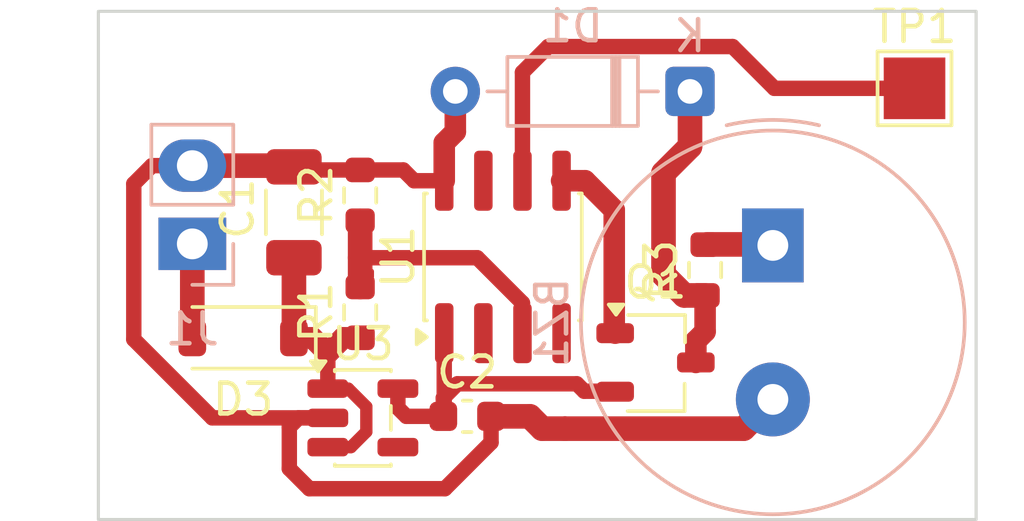
<source format=kicad_pcb>
(kicad_pcb (version 20241229) (generator "pcbnew") (generator_version "9.0")
  (layers (0 "F.Cu" signal) (2 "B.Cu" signal) (13 "F.Paste" user) (15 "B.Paste" user) (5 "F.SilkS" user "F.Silkscreen") (7 "B.SilkS" user "B.Silkscreen") (1 "F.Mask" user) (3 "B.Mask" user) (25 "Edge.Cuts" user))
  (net 0 "")
  (net 1 "Net-(BZ1-+)")
  (net 2 "GND")
  (net 3 "/BAT+")
  (net 4 "+5V")
  (net 5 "Net-(D1-K)")
  (net 6 "/Buzzer")
  (net 7 "/BAT{slash}2")
  (net 8 "Net-(U1-~{RESET}{slash}PA0)")
  (net 13 "Net-(D3-A)")
  (footprint "TestPoint:TestPoint_Pad_2.0x2.0mm" (layer "F.Cu") (at 88 72)
    (property "Reference" "TP1" (at 0 -1.998 0) (layer "F.SilkS"))
    (property "Value" "TestPoint")
    (fp_line (start -1.2 -1.2) (end 1.2 -1.2) (stroke (width 0.12)) (layer "F.SilkS"))
    (fp_line (start -1.2 1.2) (end -1.2 -1.2) (stroke (width 0.12)) (layer "F.SilkS"))
    (fp_line (start 1.2 -1.2) (end 1.2 1.2) (stroke (width 0.12)) (layer "F.SilkS"))
    (fp_line (start 1.2 1.2) (end -1.2 1.2) (stroke (width 0.12)) (layer "F.SilkS"))
    (pad "1" smd rect (at 0 0) (size 2 2) (layers "F.Cu" "F.Mask") (net 8 "Net-(U1-~{RESET}{slash}PA0)"))
  )
  (footprint "Diode_SMD:D_SOD-123" (layer "F.Cu") (at 66.2 80.1 180)
    (property "Reference" "D3" (at 0 -2 0) (layer "F.SilkS"))
    (property "Value" "D_Schottky")
    (fp_line (start -2.36 1) (end 1.65 1) (stroke (width 0.12)) (layer "F.SilkS"))
    (fp_line (start -2.36 -1) (end 1.65 -1) (stroke (width 0.12)) (layer "F.SilkS"))
    (fp_line (start -2.36 -1) (end -2.36 1) (stroke (width 0.12)) (layer "F.SilkS"))
    (pad "1" smd roundrect (at -1.65 0 180) (size 0.9 1.2) (layers "F.Cu" "F.Mask" "F.Paste") (net 3 "/BAT+"))
    (pad "2" smd roundrect (at 1.65 0 180) (size 0.9 1.2) (layers "F.Cu" "F.Mask" "F.Paste") (net 13 "Net-(D3-A)"))
  )
  (footprint "Package_SO:SOIC-8_3.9x4.9mm_P1.27mm" (layer "F.Cu") (at 74.635 77.475 90)
    (property "Reference" "U1" (at 0 -3.4 90) (layer "F.SilkS"))
    (property "Value" "ATtiny412-SS")
    (fp_line (start 2.06 -2.56) (end 2.06 -2.465) (stroke (width 0.12)) (layer "F.SilkS"))
    (fp_line (start -2.06 -2.56) (end 2.06 -2.56) (stroke (width 0.12)) (layer "F.SilkS"))
    (fp_line (start -2.06 -2.465) (end -2.06 -2.56) (stroke (width 0.12)) (layer "F.SilkS"))
    (fp_line (start 2.06 2.465) (end 2.06 2.56) (stroke (width 0.12)) (layer "F.SilkS"))
    (fp_line (start 2.06 2.56) (end -2.06 2.56) (stroke (width 0.12)) (layer "F.SilkS"))
    (fp_line (start -2.06 2.56) (end -2.06 2.465) (stroke (width 0.12)) (layer "F.SilkS"))
    (fp_poly (pts (xy -2.6 -2.47) (xy -2.84 -2.8) (xy -2.36 -2.8)) (stroke (width 0.12)) (fill yes) (layer "F.SilkS"))
    (pad "1" smd roundrect (at -2.475 -1.905 90) (size 1.95 0.6) (layers "F.Cu" "F.Mask" "F.Paste") (net 4 "+5V"))
    (pad "2" smd roundrect (at -2.475 -0.635 90) (size 1.95 0.6) (layers "F.Cu" "F.Mask" "F.Paste"))
    (pad "3" smd roundrect (at -2.475 0.635 90) (size 1.95 0.6) (layers "F.Cu" "F.Mask" "F.Paste") (net 7 "/BAT{slash}2"))
    (pad "4" smd roundrect (at -2.475 1.905 90) (size 1.95 0.6) (layers "F.Cu" "F.Mask" "F.Paste"))
    (pad "5" smd roundrect (at 2.475 1.905 90) (size 1.95 0.6) (layers "F.Cu" "F.Mask" "F.Paste") (net 6 "/Buzzer"))
    (pad "6" smd roundrect (at 2.475 0.635 90) (size 1.95 0.6) (layers "F.Cu" "F.Mask" "F.Paste") (net 8 "Net-(U1-~{RESET}{slash}PA0)"))
    (pad "7" smd roundrect (at 2.475 -0.635 90) (size 1.95 0.6) (layers "F.Cu" "F.Mask" "F.Paste"))
    (pad "8" smd roundrect (at 2.475 -1.905 90) (size 1.95 0.6) (layers "F.Cu" "F.Mask" "F.Paste") (net 2 "GND"))
  )
  (footprint "Resistor_SMD:R_0603_1608Metric" (layer "F.Cu") (at 81.2 77.9 90)
    (property "Reference" "R3" (at 0 -1.43 90) (layer "F.SilkS"))
    (property "Value" "0")
    (fp_line (start -0.237258 -0.5225) (end 0.237258 -0.5225) (stroke (width 0.12)) (layer "F.SilkS"))
    (fp_line (start -0.237258 0.5225) (end 0.237258 0.5225) (stroke (width 0.12)) (layer "F.SilkS"))
    (pad "1" smd roundrect (at -0.825 0 90) (size 0.8 0.95) (layers "F.Cu" "F.Mask" "F.Paste") (net 5 "Net-(D1-K)"))
    (pad "2" smd roundrect (at 0.825 0 90) (size 0.8 0.95) (layers "F.Cu" "F.Mask" "F.Paste") (net 1 "Net-(BZ1-+)"))
  )
  (footprint "Resistor_SMD:R_0603_1608Metric" (layer "F.Cu") (at 70 79.275 90)
    (property "Reference" "R1" (at 0 -1.43 90) (layer "F.SilkS"))
    (property "Value" "10k")
    (fp_line (start -0.237258 -0.5225) (end 0.237258 -0.5225) (stroke (width 0.12)) (layer "F.SilkS"))
    (fp_line (start -0.237258 0.5225) (end 0.237258 0.5225) (stroke (width 0.12)) (layer "F.SilkS"))
    (pad "1" smd roundrect (at -0.825 0 90) (size 0.8 0.95) (layers "F.Cu" "F.Mask" "F.Paste") (net 3 "/BAT+"))
    (pad "2" smd roundrect (at 0.825 0 90) (size 0.8 0.95) (layers "F.Cu" "F.Mask" "F.Paste") (net 7 "/BAT{slash}2"))
  )
  (footprint "Capacitor_SMD:C_0603_1608Metric" (layer "F.Cu") (at 73.475 82.65)
    (property "Reference" "C2" (at 0 -1.43 0) (layer "F.SilkS"))
    (property "Value" "1uF")
    (fp_line (start -0.14058 -0.51) (end 0.14058 -0.51) (stroke (width 0.12)) (layer "F.SilkS"))
    (fp_line (start -0.14058 0.51) (end 0.14058 0.51) (stroke (width 0.12)) (layer "F.SilkS"))
    (pad "1" smd roundrect (at -0.775 0) (size 0.9 0.95) (layers "F.Cu" "F.Mask" "F.Paste") (net 4 "+5V"))
    (pad "2" smd roundrect (at 0.775 0) (size 0.9 0.95) (layers "F.Cu" "F.Mask" "F.Paste") (net 2 "GND"))
  )
  (footprint "Package_TO_SOT_SMD:SOT-23-5" (layer "F.Cu") (at 70.0875 82.7)
    (property "Reference" "U3" (at 0 -2.4 0) (layer "F.SilkS"))
    (property "Value" "MCP1802x-xx02xOT")
    (fp_line (start -0.91 -1.56) (end 0.91 -1.56) (stroke (width 0.12)) (layer "F.SilkS"))
    (fp_line (start -0.91 -1.51) (end -0.91 -1.56) (stroke (width 0.12)) (layer "F.SilkS"))
    (fp_line (start -0.91 1.56) (end -0.91 1.51) (stroke (width 0.12)) (layer "F.SilkS"))
    (fp_line (start 0.91 -1.56) (end 0.91 -1.51) (stroke (width 0.12)) (layer "F.SilkS"))
    (fp_line (start 0.91 -0.39) (end 0.91 0.39) (stroke (width 0.12)) (layer "F.SilkS"))
    (fp_line (start 0.91 1.51) (end 0.91 1.56) (stroke (width 0.12)) (layer "F.SilkS"))
    (fp_line (start 0.91 1.56) (end -0.91 1.56) (stroke (width 0.12)) (layer "F.SilkS"))
    (fp_poly (pts (xy -1.45 -1.51) (xy -1.69 -1.84) (xy -1.21 -1.84)) (stroke (width 0.12)) (fill yes) (layer "F.SilkS"))
    (pad "1" smd roundrect (at -1.1375 -0.95) (size 1.325 0.6) (layers "F.Cu" "F.Mask" "F.Paste") (net 3 "/BAT+"))
    (pad "2" smd roundrect (at -1.1375 0) (size 1.325 0.6) (layers "F.Cu" "F.Mask" "F.Paste") (net 2 "GND"))
    (pad "3" smd roundrect (at -1.1375 0.95) (size 1.325 0.6) (layers "F.Cu" "F.Mask" "F.Paste") (net 3 "/BAT+"))
    (pad "4" smd roundrect (at 1.1375 0.95) (size 1.325 0.6) (layers "F.Cu" "F.Mask" "F.Paste"))
    (pad "5" smd roundrect (at 1.1375 -0.95) (size 1.325 0.6) (layers "F.Cu" "F.Mask" "F.Paste") (net 4 "+5V"))
  )
  (footprint "Capacitor_SMD:C_1206_3216Metric" (layer "F.Cu") (at 67.85 76.025 90)
    (property "Reference" "C1" (at 0.115 -1.83 90) (layer "F.SilkS"))
    (property "Value" "10uF")
    (fp_line (start -0.711252 -0.91) (end 0.711252 -0.91) (stroke (width 0.12)) (layer "F.SilkS"))
    (fp_line (start -0.711252 0.91) (end 0.711252 0.91) (stroke (width 0.12)) (layer "F.SilkS"))
    (pad "1" smd roundrect (at -1.475 0 90) (size 1.15 1.8) (layers "F.Cu" "F.Mask" "F.Paste") (roundrect_rratio 0.217391) (net 3 "/BAT+"))
    (pad "2" smd roundrect (at 1.475 0 90) (size 1.15 1.8) (layers "F.Cu" "F.Mask" "F.Paste") (roundrect_rratio 0.217391) (net 2 "GND"))
  )
  (footprint "Package_TO_SOT_SMD:TSOT-23" (layer "F.Cu") (at 79.59 80.9)
    (property "Reference" "Q1" (at 0 -2.6 0) (layer "F.SilkS"))
    (property "Value" "Q_PMOS_GSD")
    (fp_line (start 0.945 0.69) (end 0.945 1.58) (stroke (width 0.12)) (layer "F.SilkS"))
    (fp_line (start 0.945 1.58) (end -0.905 1.58) (stroke (width 0.12)) (layer "F.SilkS"))
    (fp_line (start 0.96 -1.54) (end -0.89 -1.54) (stroke (width 0.12)) (layer "F.SilkS"))
    (fp_line (start 0.96 -1.54) (end 0.96 -0.65) (stroke (width 0.12)) (layer "F.SilkS"))
    (fp_poly (pts (xy -1.28 -1.55) (xy -1.52 -1.88) (xy -1.04 -1.88) (xy -1.28 -1.55)) (stroke (width 0.12)) (fill yes) (layer "F.SilkS"))
    (pad "1" smd roundrect (at -1.31 -0.95) (size 1.22 0.65) (layers "F.Cu" "F.Mask" "F.Paste") (net 6 "/Buzzer"))
    (pad "2" smd roundrect (at -1.31 0.95) (size 1.22 0.65) (layers "F.Cu" "F.Mask" "F.Paste") (net 4 "+5V"))
    (pad "3" smd roundrect (at 1.31 0) (size 1.22 0.65) (layers "F.Cu" "F.Mask" "F.Paste") (net 5 "Net-(D1-K)"))
  )
  (footprint "Resistor_SMD:R_0603_1608Metric" (layer "F.Cu") (at 70 75.475 90)
    (property "Reference" "R2" (at 0 -1.43 90) (layer "F.SilkS"))
    (property "Value" "10k")
    (fp_line (start -0.237258 -0.5225) (end 0.237258 -0.5225) (stroke (width 0.12)) (layer "F.SilkS"))
    (fp_line (start -0.237258 0.5225) (end 0.237258 0.5225) (stroke (width 0.12)) (layer "F.SilkS"))
    (pad "1" smd roundrect (at -0.825 0 90) (size 0.8 0.95) (layers "F.Cu" "F.Mask" "F.Paste") (net 7 "/BAT{slash}2"))
    (pad "2" smd roundrect (at 0.825 0 90) (size 0.8 0.95) (layers "F.Cu" "F.Mask" "F.Paste") (net 2 "GND"))
  )
  (footprint "Buzzer_Beeper:Buzzer_TDK_PS1240P02BT_D12.2mm_H6.5mm" (layer "B.Cu") (at 83.4 77.1 -90)
    (property "Reference" "BZ1" (at 2.5 7.17 90) (layer "B.SilkS") (effects (justify mirror)))
    (property "Value" "Buzzer")
    (fp_arc (start -3.9 1.5) (mid -4.073431 0) (end -3.9 -1.499999) (stroke (width 0.12)) (layer "B.SilkS"))
    (fp_circle (center 2.5 0) (end 8.73 0) (stroke (width 0.12)) (fill no) (layer "B.SilkS"))
    (pad "1" thru_hole rect (at 0 0 270) (size 2.4 2) (drill 1) (layers "*.Cu" "*.Mask") (net 1 "Net-(BZ1-+)"))
    (pad "2" thru_hole circle (at 5 0 270) (size 2.4 2.4) (drill 1) (layers "*.Cu" "*.Mask") (net 2 "GND"))
  )
  (footprint "Diode_THT:D_DO-35_SOD27_P7.62mm_Horizontal" (layer "B.Cu") (at 80.71 72.1 180)
    (property "Reference" "D1" (at 3.81 2.12 0) (layer "B.SilkS") (effects (justify mirror)))
    (property "Value" "1N4148")
    (fp_line (start 6.58 0) (end 5.93 0) (stroke (width 0.12)) (layer "B.SilkS"))
    (fp_line (start 2.53 1.12) (end 2.53 -1.12) (stroke (width 0.12)) (layer "B.SilkS"))
    (fp_line (start 2.41 1.12) (end 2.41 -1.12) (stroke (width 0.12)) (layer "B.SilkS"))
    (fp_line (start 2.29 1.12) (end 2.29 -1.12) (stroke (width 0.12)) (layer "B.SilkS"))
    (fp_line (start 1.04 0) (end 1.69 0) (stroke (width 0.12)) (layer "B.SilkS"))
    (fp_rect (start 1.69 1.12) (end 5.93 -1.12) (stroke (width 0.12)) (fill no) (layer "B.SilkS"))
    (fp_text user "K" (at 0 1.8 0) (layer "B.SilkS") (effects (justify mirror)))
    (pad "1" thru_hole roundrect (at 0 0 180) (size 1.6 1.6) (drill 0.8) (layers "*.Cu" "*.Mask") (roundrect_rratio 0.15625) (net 5 "Net-(D1-K)"))
    (pad "2" thru_hole circle (at 7.62 0 180) (size 1.6 1.6) (drill 0.8) (layers "*.Cu" "*.Mask") (net 2 "GND"))
  )
  (footprint "Connector_PinSocket_2.54mm:PinSocket_1x02_P2.54mm_Vertical" (layer "B.Cu") (at 64.55 77.05)
    (property "Reference" "J1" (at 0 2.77 0) (layer "B.SilkS") (effects (justify mirror)))
    (property "Value" "Conn_01x02_Pin")
    (fp_line (start -1.33 -3.87) (end 1.33 -3.87) (stroke (width 0.12)) (layer "B.SilkS"))
    (fp_line (start -1.33 -1.27) (end -1.33 -3.87) (stroke (width 0.12)) (layer "B.SilkS"))
    (fp_line (start -1.33 -1.27) (end 1.33 -1.27) (stroke (width 0.12)) (layer "B.SilkS"))
    (fp_line (start 0 1.33) (end 1.33 1.33) (stroke (width 0.12)) (layer "B.SilkS"))
    (fp_line (start 1.33 -1.27) (end 1.33 -3.87) (stroke (width 0.12)) (layer "B.SilkS"))
    (fp_line (start 1.33 1.33) (end 1.33 0) (stroke (width 0.12)) (layer "B.SilkS"))
    (pad "1" thru_hole rect (at 0 0) (size 2.2 1.7) (drill 1) (layers "*.Cu" "*.Mask") (net 13 "Net-(D3-A)"))
    (pad "2" thru_hole oval (at 0 -2.54) (size 2.2 1.7) (drill 1) (layers "*.Cu" "*.Mask") (net 2 "GND"))
  )
  (gr_rect (start 61.5 69.5) (end 90 86) (stroke (width 0.1)) (fill no) (layer "Edge.Cuts"))
  (segment (start 83.368135 77.068135) (end 81.256865 77.068135) (width 0.8) (layer "F.Cu") (net 1))
  (segment (start 83.4 77.1) (end 83.368135 77.068135) (width 0.8) (layer "F.Cu") (net 1))
  (segment (start 68 82.7) (end 67.7 83) (width 0.5) (layer "F.Cu") (net 2))
  (segment (start 67.9 74.55) (end 68 74.65) (width 0.2) (layer "F.Cu") (net 2))
  (segment (start 71.4 74.65) (end 71.75 75) (width 0.5) (layer "F.Cu") (net 2))
  (segment (start 67.85 74.55) (end 67.9 74.55) (width 0.2) (layer "F.Cu") (net 2))
  (segment (start 67.7 84.35) (end 68.35 85) (width 0.5) (layer "F.Cu") (net 2))
  (segment (start 62.65 80.15) (end 62.65 75.1) (width 0.5) (layer "F.Cu") (net 2))
  (segment (start 71.75 75) (end 72.73 75) (width 0.5) (layer "F.Cu") (net 2))
  (segment (start 65.2 82.7) (end 62.65 80.15) (width 0.5) (layer "F.Cu") (net 2))
  (segment (start 67.7 83) (end 67.7 84.35) (width 0.5) (layer "F.Cu") (net 2))
  (segment (start 76.649885 83.050115) (end 76.65 83.05) (width 0.8) (layer "F.Cu") (net 2))
  (segment (start 68.35 85) (end 72.75 85) (width 0.5) (layer "F.Cu") (net 2))
  (segment (start 64.55 74.51) (end 67.81 74.51) (width 0.8) (layer "F.Cu") (net 2))
  (segment (start 74.25 82.65) (end 75.509206 82.65) (width 0.8) (layer "F.Cu") (net 2))
  (segment (start 67.81 74.51) (end 67.85 74.55) (width 0.2) (layer "F.Cu") (net 2))
  (segment (start 73.09 73.41) (end 73.09 72.1) (width 0.7) (layer "F.Cu") (net 2))
  (segment (start 74.25 83.5) (end 74.25 82.65) (width 0.5) (layer "F.Cu") (net 2))
  (segment (start 63.24 74.51) (end 64.55 74.51) (width 0.5) (layer "F.Cu") (net 2))
  (segment (start 68 74.65) (end 70 74.65) (width 0.5) (layer "F.Cu") (net 2))
  (segment (start 72.73 75) (end 72.73 73.77) (width 0.7) (layer "F.Cu") (net 2))
  (segment (start 68.95 82.7) (end 68 82.7) (width 0.5) (layer "F.Cu") (net 2))
  (segment (start 76.65 83.05) (end 82.45 83.05) (width 0.8) (layer "F.Cu") (net 2))
  (segment (start 75.509206 82.65) (end 75.909321 83.050115) (width 0.8) (layer "F.Cu") (net 2))
  (segment (start 82.45 83.05) (end 83.4 82.1) (width 0.8) (layer "F.Cu") (net 2))
  (segment (start 70 74.65) (end 71.4 74.65) (width 0.5) (layer "F.Cu") (net 2))
  (segment (start 72.73 73.77) (end 73.09 73.41) (width 0.7) (layer "F.Cu") (net 2))
  (segment (start 62.65 75.1) (end 63.24 74.51) (width 0.5) (layer "F.Cu") (net 2))
  (segment (start 75.909321 83.050115) (end 76.649885 83.050115) (width 0.8) (layer "F.Cu") (net 2))
  (segment (start 68.95 82.7) (end 65.2 82.7) (width 0.5) (layer "F.Cu") (net 2))
  (segment (start 72.75 85) (end 74.25 83.5) (width 0.5) (layer "F.Cu") (net 2))
  (segment (start 69.612499 81.75) (end 68.95 81.75) (width 0.4) (layer "F.Cu") (net 3))
  (segment (start 68.95 80.6) (end 69.45 80.1) (width 0.7) (layer "F.Cu") (net 3))
  (segment (start 70.2 82.337501) (end 69.612499 81.75) (width 0.4) (layer "F.Cu") (net 3))
  (segment (start 68.95 81.75) (end 68.95 80.6) (width 0.5) (layer "F.Cu") (net 3))
  (segment (start 69.45 80.1) (end 70 80.1) (width 0.7) (layer "F.Cu") (net 3))
  (segment (start 68.95 80.6) (end 68.45 80.1) (width 0.7) (layer "F.Cu") (net 3))
  (segment (start 68.45 80.1) (end 67.85 80.1) (width 0.7) (layer "F.Cu") (net 3))
  (segment (start 68.95 83.65) (end 69.7 83.65) (width 0.4) (layer "F.Cu") (net 3))
  (segment (start 70.2 83.15) (end 70.2 82.337501) (width 0.4) (layer "F.Cu") (net 3))
  (segment (start 67.85 80.1) (end 67.85 77.5) (width 0.8) (layer "F.Cu") (net 3))
  (segment (start 69.7 83.65) (end 70.2 83.15) (width 0.4) (layer "F.Cu") (net 3))
  (segment (start 72.73 82.62) (end 72.7 82.65) (width 0.5) (layer "F.Cu") (net 4))
  (segment (start 77.033734 81.593215) (end 73.156785 81.593215) (width 0.5) (layer "F.Cu") (net 4))
  (segment (start 71.225 81.75) (end 71.225 82.375) (width 0.5) (layer "F.Cu") (net 4))
  (segment (start 71.5 82.65) (end 72.7 82.65) (width 0.5) (layer "F.Cu") (net 4))
  (segment (start 72.73 79.95) (end 72.73 82.62) (width 0.5) (layer "F.Cu") (net 4))
  (segment (start 78.265024 81.835024) (end 77.275543 81.835024) (width 0.5) (layer "F.Cu") (net 4))
  (segment (start 73.156785 81.593215) (end 72.7 82.05) (width 0.5) (layer "F.Cu") (net 4))
  (segment (start 71.225 82.375) (end 71.5 82.65) (width 0.5) (layer "F.Cu") (net 4))
  (segment (start 72.7 82.05) (end 72.7 82.65) (width 0.5) (layer "F.Cu") (net 4))
  (segment (start 77.275543 81.835024) (end 77.033734 81.593215) (width 0.5) (layer "F.Cu") (net 4))
  (segment (start 78.28 81.85) (end 78.265024 81.835024) (width 0.5) (layer "F.Cu") (net 4))
  (segment (start 81.2 79.9) (end 81.2 78.725) (width 0.7) (layer "F.Cu") (net 5))
  (segment (start 80.71 73.89) (end 79.85 74.75) (width 0.8) (layer "F.Cu") (net 5))
  (segment (start 79.85 78.05) (end 80.525 78.725) (width 0.8) (layer "F.Cu") (net 5))
  (segment (start 80.9 80.2) (end 81.2 79.9) (width 0.7) (layer "F.Cu") (net 5))
  (segment (start 80.71 72.1) (end 80.71 73.89) (width 0.8) (layer "F.Cu") (net 5))
  (segment (start 79.85 74.75) (end 79.85 78.05) (width 0.8) (layer "F.Cu") (net 5))
  (segment (start 80.9 80.9) (end 80.9 80.2) (width 0.7) (layer "F.Cu") (net 5))
  (segment (start 80.525 78.725) (end 81.2 78.725) (width 0.8) (layer "F.Cu") (net 5))
  (segment (start 78.25 79.92) (end 78.25 75.95) (width 0.7) (layer "F.Cu") (net 6))
  (segment (start 77.3 75) (end 76.54 75) (width 0.7) (layer "F.Cu") (net 6))
  (segment (start 78.28 79.95) (end 78.25 79.92) (width 0.7) (layer "F.Cu") (net 6))
  (segment (start 78.25 75.95) (end 77.3 75) (width 0.7) (layer "F.Cu") (net 6))
  (segment (start 70 77.5) (end 73.8 77.5) (width 0.5) (layer "F.Cu") (net 7))
  (segment (start 73.8 77.5) (end 75.27 78.97) (width 0.5) (layer "F.Cu") (net 7))
  (segment (start 70.35 78.1) (end 70.35 77.95) (width 0.2) (layer "F.Cu") (net 7))
  (segment (start 70 77.5) (end 70 76.3) (width 0.8) (layer "F.Cu") (net 7))
  (segment (start 70 78.45) (end 70 77.5) (width 0.8) (layer "F.Cu") (net 7))
  (segment (start 75.27 78.97) (end 75.27 79.95) (width 0.5) (layer "F.Cu") (net 7))
  (segment (start 70 78.45) (end 70.35 78.1) (width 0.2) (layer "F.Cu") (net 7))
  (segment (start 75.27 71.48) (end 76.106184 70.643816) (width 0.5) (layer "F.Cu") (net 8))
  (segment (start 82.093816 70.643816) (end 83.45 72) (width 0.5) (layer "F.Cu") (net 8))
  (segment (start 83.45 72) (end 88 72) (width 0.5) (layer "F.Cu") (net 8))
  (segment (start 76.106184 70.643816) (end 82.093816 70.643816) (width 0.5) (layer "F.Cu") (net 8))
  (segment (start 75.27 75) (end 75.27 71.48) (width 0.5) (layer "F.Cu") (net 8))
  (segment (start 64.55 80.1) (end 64.55 77.05) (width 0.8) (layer "F.Cu") (net 13))
)
</source>
